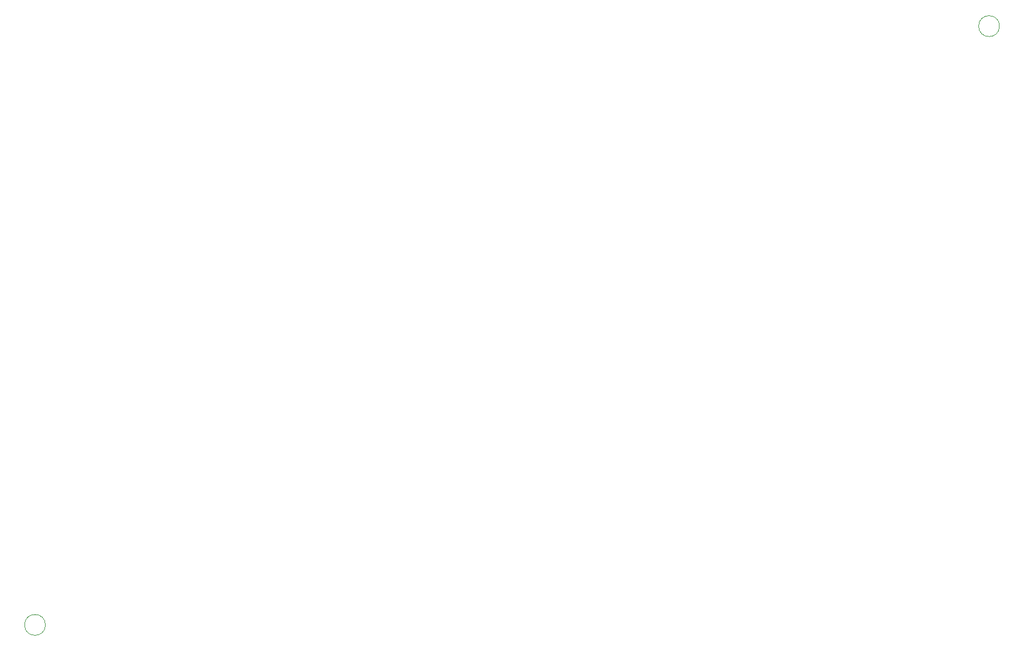
<source format=gbr>
G04 #@! TF.FileFunction,Other,User*
%FSLAX46Y46*%
G04 Gerber Fmt 4.6, Leading zero omitted, Abs format (unit mm)*
G04 Created by KiCad (PCBNEW no-vcs-found-product) date Mon Sep  4 09:08:35 2017*
%MOMM*%
%LPD*%
G01*
G04 APERTURE LIST*
%ADD10C,0.150000*%
%ADD11C,0.050000*%
G04 APERTURE END LIST*
D10*
D11*
X174560000Y-32160000D02*
G75*
G03X174560000Y-32160000I-1550000J0D01*
G01*
X32880000Y-121170000D02*
G75*
G03X32880000Y-121170000I-1550000J0D01*
G01*
M02*

</source>
